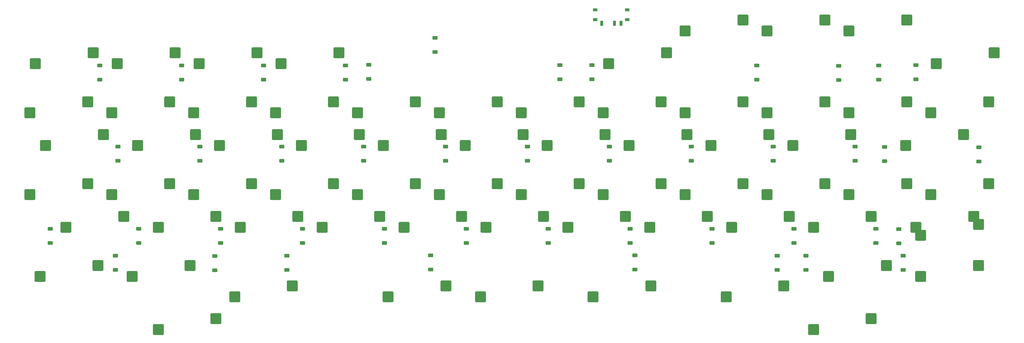
<source format=gbp>
G04 #@! TF.GenerationSoftware,KiCad,Pcbnew,7.0.11-7.0.11~ubuntu22.04.1*
G04 #@! TF.CreationDate,2024-06-29T22:10:39+02:00*
G04 #@! TF.ProjectId,vorona-pcb,766f726f-6e61-42d7-9063-622e6b696361,rev?*
G04 #@! TF.SameCoordinates,Original*
G04 #@! TF.FileFunction,Paste,Bot*
G04 #@! TF.FilePolarity,Positive*
%FSLAX46Y46*%
G04 Gerber Fmt 4.6, Leading zero omitted, Abs format (unit mm)*
G04 Created by KiCad (PCBNEW 7.0.11-7.0.11~ubuntu22.04.1) date 2024-06-29 22:10:39*
%MOMM*%
%LPD*%
G01*
G04 APERTURE LIST*
G04 Aperture macros list*
%AMRoundRect*
0 Rectangle with rounded corners*
0 $1 Rounding radius*
0 $2 $3 $4 $5 $6 $7 $8 $9 X,Y pos of 4 corners*
0 Add a 4 corners polygon primitive as box body*
4,1,4,$2,$3,$4,$5,$6,$7,$8,$9,$2,$3,0*
0 Add four circle primitives for the rounded corners*
1,1,$1+$1,$2,$3*
1,1,$1+$1,$4,$5*
1,1,$1+$1,$6,$7*
1,1,$1+$1,$8,$9*
0 Add four rect primitives between the rounded corners*
20,1,$1+$1,$2,$3,$4,$5,0*
20,1,$1+$1,$4,$5,$6,$7,0*
20,1,$1+$1,$6,$7,$8,$9,0*
20,1,$1+$1,$8,$9,$2,$3,0*%
G04 Aperture macros list end*
%ADD10RoundRect,0.250000X1.025000X1.000000X-1.025000X1.000000X-1.025000X-1.000000X1.025000X-1.000000X0*%
%ADD11RoundRect,0.250000X-1.025000X-1.000000X1.025000X-1.000000X1.025000X1.000000X-1.025000X1.000000X0*%
%ADD12RoundRect,0.090000X-0.210000X-0.535000X0.210000X-0.535000X0.210000X0.535000X-0.210000X0.535000X0*%
%ADD13RoundRect,0.105000X-0.445000X0.245000X-0.445000X-0.245000X0.445000X-0.245000X0.445000X0.245000X0*%
%ADD14RoundRect,0.225000X-0.375000X0.225000X-0.375000X-0.225000X0.375000X-0.225000X0.375000X0.225000X0*%
%ADD15RoundRect,0.225000X0.375000X-0.225000X0.375000X0.225000X-0.375000X0.225000X-0.375000X-0.225000X0*%
G04 APERTURE END LIST*
D10*
X234333750Y-79610000D03*
X247783750Y-77070000D03*
X234333750Y-89135000D03*
X247783750Y-86595000D03*
D11*
X222860000Y-98977500D03*
X209410000Y-101517500D03*
D10*
X131940000Y-93897500D03*
X145390000Y-91357500D03*
D11*
X70460000Y-98977500D03*
X57010000Y-101517500D03*
D10*
X189090000Y-93897500D03*
X202540000Y-91357500D03*
X158133750Y-93897500D03*
X171583750Y-91357500D03*
X110508750Y-93897500D03*
X123958750Y-91357500D03*
X74790000Y-93897500D03*
X88240000Y-91357500D03*
X212902500Y-89135000D03*
X226352500Y-86595000D03*
X50977500Y-89135000D03*
X64427500Y-86595000D03*
X29546250Y-89135000D03*
X42996250Y-86595000D03*
D11*
X246672500Y-75165000D03*
X233222500Y-77705000D03*
X222860000Y-75165000D03*
X209410000Y-77705000D03*
X203810000Y-75165000D03*
X190360000Y-77705000D03*
X184760000Y-75165000D03*
X171310000Y-77705000D03*
X165710000Y-75165000D03*
X152260000Y-77705000D03*
X146660000Y-75165000D03*
X133210000Y-77705000D03*
X127610000Y-75165000D03*
X114160000Y-77705000D03*
X108560000Y-75165000D03*
X95110000Y-77705000D03*
X89510000Y-75165000D03*
X76060000Y-77705000D03*
X70460000Y-75165000D03*
X57010000Y-77705000D03*
X49028750Y-75165000D03*
X35578750Y-77705000D03*
D10*
X236715000Y-70085000D03*
X250165000Y-67545000D03*
X217665000Y-70085000D03*
X231115000Y-67545000D03*
X198615000Y-70085000D03*
X212065000Y-67545000D03*
X179565000Y-70085000D03*
X193015000Y-67545000D03*
X160515000Y-70085000D03*
X173965000Y-67545000D03*
X141465000Y-70085000D03*
X154915000Y-67545000D03*
X122415000Y-70085000D03*
X135865000Y-67545000D03*
X103365000Y-70085000D03*
X116815000Y-67545000D03*
X84315000Y-70085000D03*
X97765000Y-67545000D03*
X65265000Y-70085000D03*
X78715000Y-67545000D03*
X46215000Y-70085000D03*
X59665000Y-67545000D03*
X27165000Y-70085000D03*
X40615000Y-67545000D03*
D11*
X244291250Y-56115000D03*
X230841250Y-58655000D03*
X218097500Y-56115000D03*
X204647500Y-58655000D03*
X199047500Y-56115000D03*
X185597500Y-58655000D03*
X179997500Y-56115000D03*
X166547500Y-58655000D03*
X160947500Y-56115000D03*
X147497500Y-58655000D03*
X141897500Y-56115000D03*
X128447500Y-58655000D03*
X122847500Y-56115000D03*
X109397500Y-58655000D03*
X103797500Y-56115000D03*
X90347500Y-58655000D03*
X84747500Y-56115000D03*
X71297500Y-58655000D03*
X65697500Y-56115000D03*
X52247500Y-58655000D03*
X44266250Y-56115000D03*
X30816250Y-58655000D03*
D10*
X236715000Y-51035000D03*
X250165000Y-48495000D03*
X217665000Y-51035000D03*
X231115000Y-48495000D03*
X198615000Y-51035000D03*
X212065000Y-48495000D03*
X179565000Y-51035000D03*
X193015000Y-48495000D03*
X160515000Y-51035000D03*
X173965000Y-48495000D03*
X141465000Y-51035000D03*
X154915000Y-48495000D03*
X122415000Y-51035000D03*
X135865000Y-48495000D03*
X103365000Y-51035000D03*
X116815000Y-48495000D03*
X84315000Y-51035000D03*
X97765000Y-48495000D03*
X65265000Y-51035000D03*
X78715000Y-48495000D03*
X46215000Y-51035000D03*
X59665000Y-48495000D03*
X27165000Y-51035000D03*
X40615000Y-48495000D03*
D11*
X251435000Y-37065000D03*
X237985000Y-39605000D03*
D10*
X217665000Y-31985000D03*
X231115000Y-29445000D03*
X198615000Y-31985000D03*
X212065000Y-29445000D03*
X179565000Y-31985000D03*
X193015000Y-29445000D03*
D11*
X175235000Y-37065000D03*
X161785000Y-39605000D03*
X99035000Y-37065000D03*
X85585000Y-39605000D03*
X79985000Y-37065000D03*
X66535000Y-39605000D03*
X60935000Y-37065000D03*
X47485000Y-39605000D03*
X41885000Y-37065000D03*
X28435000Y-39605000D03*
D12*
X160140000Y-30250000D03*
X164640000Y-30250000D03*
X163140000Y-30250000D03*
D13*
X166090000Y-29400000D03*
X166090000Y-27100000D03*
X158690000Y-29400000D03*
X158690000Y-27100000D03*
D14*
X201010000Y-84380000D03*
X201010000Y-87680000D03*
X167910000Y-84290000D03*
X167910000Y-87590000D03*
X120410000Y-84272500D03*
X120410000Y-87572500D03*
X86950000Y-84380000D03*
X86950000Y-87680000D03*
X230280000Y-84372500D03*
X230280000Y-87672500D03*
X207660000Y-84380000D03*
X207660000Y-87680000D03*
X70210000Y-84410000D03*
X70210000Y-87710000D03*
X47080000Y-84342500D03*
X47080000Y-87642500D03*
D15*
X229280000Y-81437500D03*
X229280000Y-78137500D03*
X223920000Y-81387500D03*
X223920000Y-78087500D03*
X204870000Y-81387500D03*
X204870000Y-78087500D03*
X185820000Y-81387500D03*
X185820000Y-78087500D03*
X166770000Y-81387500D03*
X166770000Y-78087500D03*
X147720000Y-81387500D03*
X147720000Y-78087500D03*
X128670000Y-81387500D03*
X128670000Y-78087500D03*
X109620000Y-81387500D03*
X109620000Y-78087500D03*
X90570000Y-81387500D03*
X90570000Y-78087500D03*
X71520000Y-81387500D03*
X71520000Y-78087500D03*
X52470000Y-81387500D03*
X52470000Y-78087500D03*
X31900000Y-81397500D03*
X31900000Y-78097500D03*
X247890000Y-62397500D03*
X247890000Y-59097500D03*
X225950000Y-62357500D03*
X225950000Y-59057500D03*
X219080000Y-62220000D03*
X219080000Y-58920000D03*
X200030000Y-62220000D03*
X200030000Y-58920000D03*
X180980000Y-62220000D03*
X180980000Y-58920000D03*
X161930000Y-62220000D03*
X161930000Y-58920000D03*
X142880000Y-62220000D03*
X142880000Y-58920000D03*
X123830000Y-62220000D03*
X123830000Y-58920000D03*
X104780000Y-62220000D03*
X104780000Y-58920000D03*
X85730000Y-62220000D03*
X85730000Y-58920000D03*
X66680000Y-62220000D03*
X66680000Y-58920000D03*
X47630000Y-62220000D03*
X47630000Y-58920000D03*
X233270000Y-43320000D03*
X233270000Y-40020000D03*
X224630000Y-43357500D03*
X224630000Y-40057500D03*
X215320000Y-43427500D03*
X215320000Y-40127500D03*
X196250000Y-43357500D03*
X196250000Y-40057500D03*
X157910000Y-43297500D03*
X157910000Y-39997500D03*
X150450000Y-43250000D03*
X150450000Y-39950000D03*
X121410000Y-36917500D03*
X121410000Y-33617500D03*
X106010000Y-43210000D03*
X106010000Y-39910000D03*
X100560000Y-43357500D03*
X100560000Y-40057500D03*
X81510000Y-43357500D03*
X81510000Y-40057500D03*
X62460000Y-43357500D03*
X62460000Y-40057500D03*
X43410000Y-43357500D03*
X43410000Y-40057500D03*
M02*

</source>
